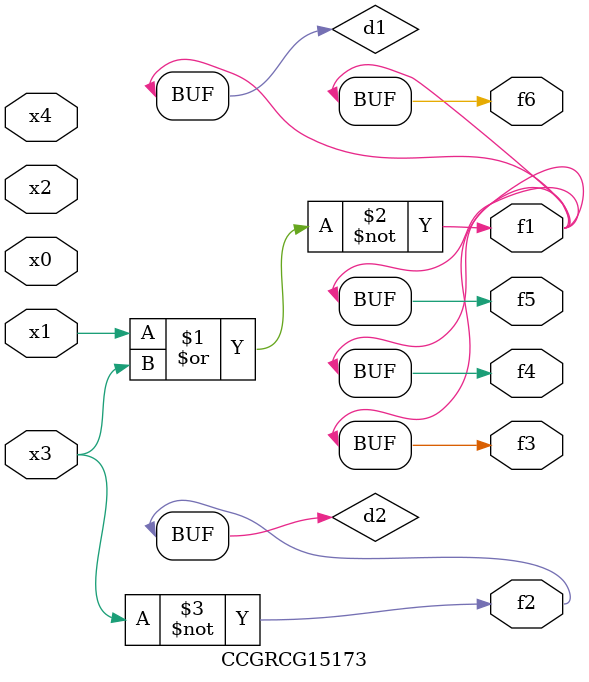
<source format=v>
module CCGRCG15173(
	input x0, x1, x2, x3, x4,
	output f1, f2, f3, f4, f5, f6
);

	wire d1, d2;

	nor (d1, x1, x3);
	not (d2, x3);
	assign f1 = d1;
	assign f2 = d2;
	assign f3 = d1;
	assign f4 = d1;
	assign f5 = d1;
	assign f6 = d1;
endmodule

</source>
